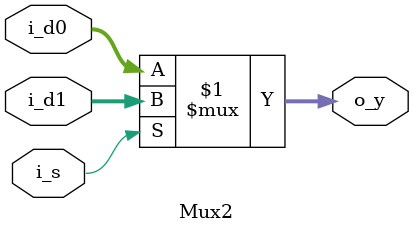
<source format=sv>
module Mux2 #(
    parameter WIDTH = 32
) (
    input  wire [WIDTH-1:0] i_d0, i_d1, 
    input  wire i_s, 
    output wire [WIDTH-1:0] o_y
);

    assign o_y = i_s ? i_d1 : i_d0;

endmodule
</source>
